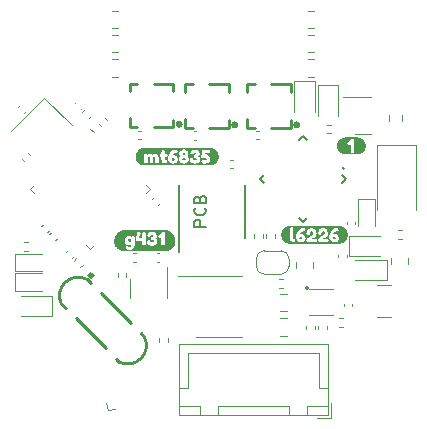
<source format=gbr>
%TF.GenerationSoftware,KiCad,Pcbnew,7.0.8*%
%TF.CreationDate,2023-10-22T22:03:06-04:00*%
%TF.ProjectId,lemon-pepper,6c656d6f-6e2d-4706-9570-7065722e6b69,rev?*%
%TF.SameCoordinates,Original*%
%TF.FileFunction,Legend,Top*%
%TF.FilePolarity,Positive*%
%FSLAX46Y46*%
G04 Gerber Fmt 4.6, Leading zero omitted, Abs format (unit mm)*
G04 Created by KiCad (PCBNEW 7.0.8) date 2023-10-22 22:03:06*
%MOMM*%
%LPD*%
G01*
G04 APERTURE LIST*
%ADD10C,0.150000*%
%ADD11C,0.120000*%
%ADD12C,0.250000*%
%ADD13C,0.300000*%
%ADD14C,0.100000*%
G04 APERTURE END LIST*
D10*
X145754819Y-88236904D02*
X144754819Y-88236904D01*
X144754819Y-88236904D02*
X144754819Y-87855952D01*
X144754819Y-87855952D02*
X144802438Y-87760714D01*
X144802438Y-87760714D02*
X144850057Y-87713095D01*
X144850057Y-87713095D02*
X144945295Y-87665476D01*
X144945295Y-87665476D02*
X145088152Y-87665476D01*
X145088152Y-87665476D02*
X145183390Y-87713095D01*
X145183390Y-87713095D02*
X145231009Y-87760714D01*
X145231009Y-87760714D02*
X145278628Y-87855952D01*
X145278628Y-87855952D02*
X145278628Y-88236904D01*
X145659580Y-86665476D02*
X145707200Y-86713095D01*
X145707200Y-86713095D02*
X145754819Y-86855952D01*
X145754819Y-86855952D02*
X145754819Y-86951190D01*
X145754819Y-86951190D02*
X145707200Y-87094047D01*
X145707200Y-87094047D02*
X145611961Y-87189285D01*
X145611961Y-87189285D02*
X145516723Y-87236904D01*
X145516723Y-87236904D02*
X145326247Y-87284523D01*
X145326247Y-87284523D02*
X145183390Y-87284523D01*
X145183390Y-87284523D02*
X144992914Y-87236904D01*
X144992914Y-87236904D02*
X144897676Y-87189285D01*
X144897676Y-87189285D02*
X144802438Y-87094047D01*
X144802438Y-87094047D02*
X144754819Y-86951190D01*
X144754819Y-86951190D02*
X144754819Y-86855952D01*
X144754819Y-86855952D02*
X144802438Y-86713095D01*
X144802438Y-86713095D02*
X144850057Y-86665476D01*
X145231009Y-85903571D02*
X145278628Y-85760714D01*
X145278628Y-85760714D02*
X145326247Y-85713095D01*
X145326247Y-85713095D02*
X145421485Y-85665476D01*
X145421485Y-85665476D02*
X145564342Y-85665476D01*
X145564342Y-85665476D02*
X145659580Y-85713095D01*
X145659580Y-85713095D02*
X145707200Y-85760714D01*
X145707200Y-85760714D02*
X145754819Y-85855952D01*
X145754819Y-85855952D02*
X145754819Y-86236904D01*
X145754819Y-86236904D02*
X144754819Y-86236904D01*
X144754819Y-86236904D02*
X144754819Y-85903571D01*
X144754819Y-85903571D02*
X144802438Y-85808333D01*
X144802438Y-85808333D02*
X144850057Y-85760714D01*
X144850057Y-85760714D02*
X144945295Y-85713095D01*
X144945295Y-85713095D02*
X145040533Y-85713095D01*
X145040533Y-85713095D02*
X145135771Y-85760714D01*
X145135771Y-85760714D02*
X145183390Y-85808333D01*
X145183390Y-85808333D02*
X145231009Y-85903571D01*
X145231009Y-85903571D02*
X145231009Y-86236904D01*
D11*
%TO.C,C103*%
X137763748Y-74065000D02*
X138286252Y-74065000D01*
X137763748Y-75535000D02*
X138286252Y-75535000D01*
%TO.C,J301*%
X137447328Y-103785158D02*
X137326164Y-103161824D01*
X138070661Y-103663994D02*
X137447328Y-103785158D01*
%TO.C,Q501*%
X159062500Y-77265000D02*
X157387500Y-77265000D01*
X159062500Y-77265000D02*
X159712500Y-77265000D01*
X159062500Y-80385000D02*
X158412500Y-80385000D01*
X159062500Y-80385000D02*
X159712500Y-80385000D01*
%TO.C,R601*%
X162011359Y-88545000D02*
X162318641Y-88545000D01*
X162011359Y-89305000D02*
X162318641Y-89305000D01*
%TO.C,D502*%
X156975000Y-76215000D02*
X155275000Y-76215000D01*
X156975000Y-76215000D02*
X156975000Y-78875000D01*
X155275000Y-76215000D02*
X155275000Y-78875000D01*
%TO.C,U302*%
X146850000Y-92460000D02*
X143400000Y-92460000D01*
X146850000Y-92460000D02*
X148800000Y-92460000D01*
X146850000Y-97580000D02*
X144900000Y-97580000D01*
X146850000Y-97580000D02*
X148800000Y-97580000D01*
%TO.C,D501*%
X154950000Y-75915000D02*
X153250000Y-75915000D01*
X154950000Y-75915000D02*
X154950000Y-78575000D01*
X153250000Y-75915000D02*
X153250000Y-78575000D01*
%TO.C,R101*%
X141745000Y-98003641D02*
X141745000Y-97696359D01*
X142505000Y-98003641D02*
X142505000Y-97696359D01*
%TO.C,R103*%
X151961359Y-92695000D02*
X152268641Y-92695000D01*
X151961359Y-93455000D02*
X152268641Y-93455000D01*
%TO.C,R302*%
X135327341Y-91460060D02*
X135110060Y-91677341D01*
X134789940Y-90922659D02*
X134572659Y-91139940D01*
%TO.C,C304*%
X141194539Y-85886642D02*
X141347042Y-85734139D01*
X141703656Y-86395759D02*
X141856159Y-86243256D01*
%TO.C,D101*%
X163550000Y-81340000D02*
X160250000Y-81340000D01*
X163550000Y-81340000D02*
X163550000Y-86850000D01*
X160250000Y-81340000D02*
X160250000Y-86850000D01*
%TO.C,C106*%
X153390000Y-91761252D02*
X153390000Y-91238748D01*
X154860000Y-91761252D02*
X154860000Y-91238748D01*
%TO.C,D601*%
X160060000Y-85890000D02*
X158590000Y-85890000D01*
X158590000Y-85890000D02*
X158590000Y-88175000D01*
X160060000Y-88175000D02*
X160060000Y-85890000D01*
%TO.C,D301*%
X129577500Y-90540000D02*
X129577500Y-92010000D01*
X129577500Y-92010000D02*
X131862500Y-92010000D01*
X131862500Y-90540000D02*
X129577500Y-90540000D01*
%TO.C,L501*%
X160222936Y-93165000D02*
X161427064Y-93165000D01*
X160222936Y-95885000D02*
X161427064Y-95885000D01*
%TO.C,C305*%
X130541399Y-78437718D02*
X130388896Y-78590221D01*
X130032282Y-77928601D02*
X129879779Y-78081104D01*
%TO.C,C701*%
X140227836Y-80835000D02*
X140012164Y-80835000D01*
X140227836Y-80115000D02*
X140012164Y-80115000D01*
%TO.C,C308*%
X134633601Y-77807282D02*
X134786104Y-77654779D01*
X135142718Y-78316399D02*
X135295221Y-78163896D01*
%TO.C,C307*%
X133105810Y-89253307D02*
X132953307Y-89405810D01*
X132596693Y-88744190D02*
X132444190Y-88896693D01*
%TO.C,U201*%
X142460000Y-93475000D02*
X142460000Y-91675000D01*
X142460000Y-93475000D02*
X142460000Y-94275000D01*
X139340000Y-93475000D02*
X139340000Y-92675000D01*
X139340000Y-93475000D02*
X139340000Y-94275000D01*
D12*
%TO.C,U703*%
X147690000Y-79885000D02*
X146030000Y-79885000D01*
X147690000Y-79245000D02*
X147690000Y-79885000D01*
X147690000Y-76835000D02*
X147690000Y-76195000D01*
X147690000Y-76195000D02*
X146030000Y-76195000D01*
X144640000Y-79885000D02*
X144000000Y-79885000D01*
X144000000Y-79885000D02*
X144000000Y-79115000D01*
X144000000Y-76835000D02*
X144000000Y-76195000D01*
X144000000Y-76195000D02*
X144640000Y-76195000D01*
X148370000Y-79625000D02*
G75*
G03*
X148370000Y-79625000I-180000J0D01*
G01*
D11*
%TO.C,C302*%
X134605810Y-90753307D02*
X134453307Y-90905810D01*
X134096693Y-90244190D02*
X133944190Y-90396693D01*
%TO.C,C602*%
X157660000Y-90617164D02*
X157660000Y-90832836D01*
X156940000Y-90617164D02*
X156940000Y-90832836D01*
%TO.C,C401*%
X148007836Y-83310000D02*
X147792164Y-83310000D01*
X148007836Y-82590000D02*
X147792164Y-82590000D01*
%TO.C,D302*%
X129577500Y-92190000D02*
X129577500Y-93660000D01*
X129577500Y-93660000D02*
X131862500Y-93660000D01*
X131862500Y-92190000D02*
X129577500Y-92190000D01*
%TO.C,R102*%
X138270000Y-92503641D02*
X138270000Y-92196359D01*
X139030000Y-92503641D02*
X139030000Y-92196359D01*
%TO.C,R105*%
X150605000Y-88871359D02*
X150605000Y-89178641D01*
X149845000Y-88871359D02*
X149845000Y-89178641D01*
%TO.C,C503*%
X161390000Y-91436252D02*
X161390000Y-90913748D01*
X162860000Y-91436252D02*
X162860000Y-90913748D01*
%TO.C,R501*%
X157343641Y-96715000D02*
X157036359Y-96715000D01*
X157343641Y-95955000D02*
X157036359Y-95955000D01*
%TO.C,R301*%
X130653641Y-90330000D02*
X130346359Y-90330000D01*
X130653641Y-89570000D02*
X130346359Y-89570000D01*
%TO.C,C201*%
X139807836Y-91235000D02*
X139592164Y-91235000D01*
X139807836Y-90515000D02*
X139592164Y-90515000D01*
%TO.C,C102*%
X138286252Y-73485000D02*
X137763748Y-73485000D01*
X138286252Y-72015000D02*
X137763748Y-72015000D01*
%TO.C,C101*%
X137763748Y-69990000D02*
X138286252Y-69990000D01*
X137763748Y-71460000D02*
X138286252Y-71460000D01*
D12*
%TO.C,J201*%
X135646070Y-92690095D02*
X135999624Y-93043648D01*
X133524750Y-94811415D02*
X133878303Y-95164969D01*
X136848152Y-93892177D02*
X139393736Y-96437761D01*
X134726832Y-96013497D02*
X137272416Y-98559081D01*
X140242265Y-97286289D02*
X140539249Y-97583274D01*
X138120944Y-99407610D02*
X138417929Y-99704594D01*
X135652231Y-92693193D02*
G75*
G03*
X133524751Y-94811415I-713267J-1411116D01*
G01*
X138417929Y-99704593D02*
G75*
G03*
X140544679Y-97594077I714178J1407141D01*
G01*
D13*
X136184979Y-92371897D02*
G75*
G03*
X136184979Y-92371897I-150000J0D01*
G01*
D11*
%TO.C,C703*%
X144927836Y-80873857D02*
X144712164Y-80873857D01*
X144927836Y-80153857D02*
X144712164Y-80153857D01*
%TO.C,kibuzzard-65305A5A*%
G36*
X153885581Y-89115500D02*
G01*
X153913363Y-89183763D01*
X153882803Y-89263534D01*
X153791125Y-89290125D01*
X153689525Y-89253612D01*
X153674444Y-89218688D01*
X153670475Y-89172650D01*
X153703019Y-89113119D01*
X153796681Y-89083750D01*
X153885581Y-89115500D01*
G37*
G36*
X156708156Y-89115500D02*
G01*
X156735938Y-89183763D01*
X156705378Y-89263534D01*
X156613700Y-89290125D01*
X156512100Y-89253612D01*
X156497019Y-89218688D01*
X156493050Y-89172650D01*
X156525594Y-89113119D01*
X156619256Y-89083750D01*
X156708156Y-89115500D01*
G37*
G36*
X157088156Y-88170882D02*
G01*
X157161715Y-88181794D01*
X157233850Y-88199863D01*
X157303867Y-88224915D01*
X157371091Y-88256709D01*
X157434875Y-88294940D01*
X157494604Y-88339238D01*
X157549704Y-88389178D01*
X157599644Y-88444278D01*
X157643942Y-88504007D01*
X157682173Y-88567791D01*
X157713967Y-88635015D01*
X157739020Y-88705032D01*
X157757089Y-88777167D01*
X157768000Y-88850726D01*
X157771649Y-88925000D01*
X157768000Y-88999274D01*
X157757089Y-89072833D01*
X157739020Y-89144968D01*
X157713967Y-89214985D01*
X157682173Y-89282209D01*
X157643942Y-89345993D01*
X157599644Y-89405722D01*
X157549704Y-89460822D01*
X157494604Y-89510762D01*
X157434875Y-89555060D01*
X157371091Y-89593291D01*
X157303867Y-89625085D01*
X157233850Y-89650137D01*
X157161715Y-89668206D01*
X157088156Y-89679118D01*
X157013882Y-89682767D01*
X157013750Y-89682767D01*
X156620050Y-89682767D01*
X155997750Y-89682767D01*
X155030963Y-89682767D01*
X153797475Y-89682767D01*
X153216450Y-89682767D01*
X152886250Y-89682767D01*
X152886118Y-89682767D01*
X152811844Y-89679118D01*
X152738285Y-89668206D01*
X152666150Y-89650137D01*
X152596133Y-89625085D01*
X152528909Y-89593291D01*
X152465125Y-89555060D01*
X152405396Y-89510762D01*
X152350296Y-89460822D01*
X152300356Y-89405722D01*
X152256058Y-89345993D01*
X152217827Y-89282209D01*
X152186033Y-89214985D01*
X152178837Y-89194875D01*
X152886250Y-89194875D01*
X152897363Y-89341719D01*
X152930700Y-89442525D01*
X152988644Y-89495309D01*
X153089450Y-89523488D01*
X153216450Y-89530631D01*
X153286300Y-89513963D01*
X153310113Y-89472291D01*
X153318050Y-89391725D01*
X153286300Y-89279012D01*
X153259313Y-89265519D01*
X153215656Y-89263138D01*
X153173588Y-89248056D01*
X153164063Y-89175825D01*
X153164063Y-89075812D01*
X153381550Y-89075812D01*
X153393192Y-89206958D01*
X153428117Y-89320993D01*
X153486325Y-89417919D01*
X153567464Y-89491561D01*
X153671181Y-89535747D01*
X153797475Y-89550475D01*
X153901104Y-89538481D01*
X153993972Y-89502497D01*
X154076081Y-89442525D01*
X154119144Y-89390137D01*
X154270550Y-89390137D01*
X154311825Y-89490150D01*
X154410250Y-89533013D01*
X155030963Y-89533013D01*
X155129388Y-89513963D01*
X155163519Y-89472688D01*
X155173838Y-89392519D01*
X155173558Y-89390137D01*
X155237338Y-89390137D01*
X155278613Y-89490150D01*
X155377038Y-89533013D01*
X155997750Y-89533013D01*
X156096175Y-89513963D01*
X156130306Y-89472688D01*
X156140625Y-89392519D01*
X156131100Y-89311556D01*
X156093794Y-89265519D01*
X156000925Y-89250438D01*
X155710413Y-89250438D01*
X155710413Y-89242500D01*
X155750100Y-89226625D01*
X155848525Y-89173047D01*
X155959650Y-89085338D01*
X155968250Y-89075812D01*
X156204125Y-89075812D01*
X156215767Y-89206958D01*
X156250692Y-89320993D01*
X156308900Y-89417919D01*
X156390039Y-89491561D01*
X156493756Y-89535747D01*
X156620050Y-89550475D01*
X156723679Y-89538481D01*
X156816547Y-89502497D01*
X156898656Y-89442525D01*
X156962597Y-89364738D01*
X157000962Y-89275308D01*
X157013750Y-89174237D01*
X157001315Y-89090365D01*
X156964008Y-89012312D01*
X156901831Y-88940081D01*
X156822192Y-88882314D01*
X156732498Y-88847653D01*
X156632750Y-88836100D01*
X156515275Y-88863088D01*
X156523213Y-88840862D01*
X156552581Y-88785300D01*
X156608938Y-88723387D01*
X156704981Y-88669412D01*
X156831188Y-88647188D01*
X156923263Y-88637663D01*
X156955013Y-88617025D01*
X156974063Y-88575750D01*
X156982000Y-88502725D01*
X156972475Y-88426525D01*
X156935169Y-88381281D01*
X156847063Y-88366200D01*
X156732731Y-88374328D01*
X156628496Y-88398712D01*
X156534357Y-88439352D01*
X156450315Y-88496248D01*
X156376369Y-88569400D01*
X156314361Y-88654680D01*
X156266133Y-88747962D01*
X156231684Y-88849244D01*
X156211015Y-88958528D01*
X156204125Y-89075812D01*
X155968250Y-89075812D01*
X156011244Y-89028188D01*
X156054900Y-88955162D01*
X156084666Y-88871819D01*
X156094588Y-88783713D01*
X156081358Y-88674616D01*
X156041671Y-88573810D01*
X155975525Y-88481294D01*
X155888124Y-88407651D01*
X155784672Y-88363466D01*
X155665169Y-88348737D01*
X155545754Y-88363290D01*
X155442566Y-88406946D01*
X155355606Y-88479706D01*
X155289901Y-88570811D01*
X155250479Y-88669501D01*
X155237338Y-88775775D01*
X155245275Y-88856737D01*
X155288534Y-88901981D01*
X155377038Y-88917063D01*
X155458000Y-88907538D01*
X155500863Y-88878963D01*
X155515944Y-88839275D01*
X155518325Y-88786887D01*
X155518325Y-88777363D01*
X155524675Y-88740850D01*
X155566744Y-88667031D01*
X155654850Y-88629725D01*
X155734225Y-88644013D01*
X155776294Y-88674969D01*
X155800900Y-88717831D01*
X155812013Y-88758313D01*
X155797130Y-88827766D01*
X155752481Y-88893250D01*
X155686798Y-88953377D01*
X155608813Y-89006756D01*
X155524675Y-89057159D01*
X155440538Y-89108356D01*
X155362552Y-89165109D01*
X155296869Y-89232181D01*
X155252220Y-89307786D01*
X155237338Y-89390137D01*
X155173558Y-89390137D01*
X155164313Y-89311556D01*
X155127006Y-89265519D01*
X155034138Y-89250438D01*
X154743625Y-89250438D01*
X154743625Y-89242500D01*
X154783313Y-89226625D01*
X154881738Y-89173047D01*
X154992863Y-89085338D01*
X155044456Y-89028188D01*
X155088113Y-88955162D01*
X155117878Y-88871819D01*
X155127800Y-88783713D01*
X155114571Y-88674616D01*
X155074883Y-88573810D01*
X155008738Y-88481294D01*
X154921337Y-88407651D01*
X154817885Y-88363466D01*
X154698381Y-88348737D01*
X154578966Y-88363290D01*
X154475779Y-88406946D01*
X154388819Y-88479706D01*
X154323114Y-88570811D01*
X154283691Y-88669501D01*
X154270550Y-88775775D01*
X154278488Y-88856737D01*
X154321747Y-88901981D01*
X154410250Y-88917063D01*
X154491213Y-88907538D01*
X154534075Y-88878963D01*
X154549156Y-88839275D01*
X154551538Y-88786887D01*
X154551538Y-88777363D01*
X154557888Y-88740850D01*
X154599956Y-88667031D01*
X154688063Y-88629725D01*
X154767438Y-88644013D01*
X154809506Y-88674969D01*
X154834113Y-88717831D01*
X154845225Y-88758313D01*
X154830342Y-88827766D01*
X154785694Y-88893250D01*
X154720011Y-88953377D01*
X154642025Y-89006756D01*
X154557888Y-89057159D01*
X154473750Y-89108356D01*
X154395764Y-89165109D01*
X154330081Y-89232181D01*
X154285433Y-89307786D01*
X154270550Y-89390137D01*
X154119144Y-89390137D01*
X154140022Y-89364738D01*
X154178387Y-89275308D01*
X154191175Y-89174237D01*
X154178740Y-89090365D01*
X154141433Y-89012312D01*
X154079256Y-88940081D01*
X153999617Y-88882314D01*
X153909923Y-88847653D01*
X153810175Y-88836100D01*
X153692700Y-88863088D01*
X153700638Y-88840862D01*
X153730006Y-88785300D01*
X153786363Y-88723387D01*
X153882406Y-88669412D01*
X154008613Y-88647188D01*
X154100688Y-88637663D01*
X154132438Y-88617025D01*
X154151488Y-88575750D01*
X154159425Y-88502725D01*
X154149900Y-88426525D01*
X154112594Y-88381281D01*
X154024488Y-88366200D01*
X153910156Y-88374328D01*
X153805921Y-88398712D01*
X153711782Y-88439352D01*
X153627740Y-88496248D01*
X153553794Y-88569400D01*
X153491786Y-88654680D01*
X153443558Y-88747962D01*
X153409109Y-88849244D01*
X153388440Y-88958528D01*
X153381550Y-89075812D01*
X153164063Y-89075812D01*
X153164063Y-88440813D01*
X153161681Y-88385250D01*
X153146600Y-88342387D01*
X153104531Y-88310241D01*
X153025950Y-88299525D01*
X152944194Y-88310241D01*
X152902125Y-88342387D01*
X152888631Y-88384456D01*
X152886250Y-88439225D01*
X152886250Y-89194875D01*
X152178837Y-89194875D01*
X152160980Y-89144968D01*
X152142911Y-89072833D01*
X152132000Y-88999274D01*
X152128351Y-88925000D01*
X152132000Y-88850726D01*
X152142911Y-88777167D01*
X152160980Y-88705032D01*
X152186033Y-88635015D01*
X152217827Y-88567791D01*
X152256058Y-88504007D01*
X152300356Y-88444278D01*
X152350296Y-88389178D01*
X152405396Y-88339238D01*
X152465125Y-88294940D01*
X152528909Y-88256709D01*
X152596133Y-88224915D01*
X152666150Y-88199863D01*
X152738285Y-88181794D01*
X152811844Y-88170882D01*
X152886118Y-88167233D01*
X152886250Y-88167233D01*
X157013750Y-88167233D01*
X157013882Y-88167233D01*
X157088156Y-88170882D01*
G37*
%TO.C,C202*%
X141592164Y-90515000D02*
X141807836Y-90515000D01*
X141592164Y-91235000D02*
X141807836Y-91235000D01*
%TO.C,C301*%
X132430810Y-88578307D02*
X132278307Y-88730810D01*
X131921693Y-88069190D02*
X131769190Y-88221693D01*
%TO.C,R502*%
X156045000Y-96631359D02*
X156045000Y-96938641D01*
X155285000Y-96631359D02*
X155285000Y-96938641D01*
%TO.C,D201*%
X132735000Y-95800000D02*
X132735000Y-94100000D01*
X132735000Y-95800000D02*
X130075000Y-95800000D01*
X132735000Y-94100000D02*
X130075000Y-94100000D01*
D10*
%TO.C,U601*%
X157648671Y-84225000D02*
X157295118Y-83871447D01*
X154000000Y-80576329D02*
X154353553Y-80929882D01*
X157295118Y-84578553D02*
X157648671Y-84225000D01*
X153646447Y-80929882D02*
X154000000Y-80576329D01*
X154353553Y-87520118D02*
X154000000Y-87873671D01*
X150704882Y-83871447D02*
X150351329Y-84225000D01*
X154000000Y-87873671D02*
X153646447Y-87520118D01*
X150351329Y-84225000D02*
X150704882Y-84578553D01*
X157457041Y-83312832D02*
G75*
G03*
X157457041Y-83312832I-70000J0D01*
G01*
D11*
%TO.C,C601*%
X157690000Y-88057836D02*
X157690000Y-87842164D01*
X158410000Y-88057836D02*
X158410000Y-87842164D01*
%TO.C,kibuzzard-653468FC*%
G36*
X158645043Y-80686958D02*
G01*
X158714595Y-80697276D01*
X158782801Y-80714360D01*
X158849004Y-80738048D01*
X158912566Y-80768111D01*
X158972876Y-80804259D01*
X159029352Y-80846144D01*
X159081451Y-80893364D01*
X159128670Y-80945462D01*
X159170555Y-81001939D01*
X159206704Y-81062248D01*
X159236766Y-81125811D01*
X159260454Y-81192013D01*
X159277539Y-81260219D01*
X159287856Y-81329772D01*
X159291306Y-81400000D01*
X159287856Y-81470228D01*
X159277539Y-81539781D01*
X159260454Y-81607987D01*
X159236766Y-81674189D01*
X159206704Y-81737752D01*
X159170555Y-81798061D01*
X159128670Y-81854538D01*
X159081451Y-81906636D01*
X159029352Y-81953856D01*
X158972876Y-81995741D01*
X158912566Y-82031889D01*
X158849004Y-82061952D01*
X158782801Y-82085640D01*
X158714595Y-82102724D01*
X158645043Y-82113042D01*
X158574814Y-82116492D01*
X158442523Y-82116492D01*
X158147033Y-82116492D01*
X157575318Y-82116492D01*
X157575186Y-82116492D01*
X157504957Y-82113042D01*
X157435405Y-82102724D01*
X157367199Y-82085640D01*
X157300996Y-82061952D01*
X157237434Y-82031889D01*
X157177124Y-81995741D01*
X157120648Y-81953856D01*
X157068549Y-81906636D01*
X157021330Y-81854537D01*
X156979445Y-81798061D01*
X156943296Y-81737752D01*
X156913234Y-81674189D01*
X156889546Y-81607987D01*
X156872461Y-81539781D01*
X156862144Y-81470228D01*
X156858694Y-81400000D01*
X156862144Y-81329772D01*
X156872461Y-81260219D01*
X156889546Y-81192013D01*
X156890673Y-81188862D01*
X157729520Y-81188862D01*
X157779527Y-81287288D01*
X157875570Y-81342850D01*
X157986695Y-81293638D01*
X158007333Y-81274588D01*
X158007333Y-81841325D01*
X158009714Y-81899269D01*
X158024795Y-81942925D01*
X158067261Y-81973881D01*
X158147033Y-81984200D01*
X158228789Y-81973484D01*
X158270858Y-81941337D01*
X158285939Y-81899269D01*
X158288320Y-81844500D01*
X158288320Y-80960262D01*
X158280383Y-80876125D01*
X158258158Y-80841994D01*
X158216883Y-80823738D01*
X158141477Y-80815800D01*
X158051783Y-80857075D01*
X158047020Y-80860250D01*
X157786670Y-81095200D01*
X157729520Y-81188862D01*
X156890673Y-81188862D01*
X156913234Y-81125811D01*
X156943296Y-81062248D01*
X156979445Y-81001939D01*
X157021330Y-80945463D01*
X157068549Y-80893364D01*
X157120648Y-80846144D01*
X157177124Y-80804259D01*
X157237434Y-80768111D01*
X157300996Y-80738048D01*
X157367199Y-80714360D01*
X157435405Y-80697276D01*
X157504957Y-80686958D01*
X157575186Y-80683508D01*
X157575318Y-80683508D01*
X158442523Y-80683508D01*
X158574814Y-80683508D01*
X158645043Y-80686958D01*
G37*
D14*
%TO.C,U501*%
X154515000Y-93535000D02*
X156515000Y-93535000D01*
X154515000Y-95735000D02*
X156515000Y-95735000D01*
D13*
X154275000Y-93445000D02*
G75*
G03*
X154275000Y-93445000I0J0D01*
G01*
D11*
%TO.C,U301*%
X130845038Y-85039949D02*
X131180914Y-84704073D01*
X136286225Y-80270514D02*
X135950349Y-79934638D01*
X131180914Y-85375825D02*
X130845038Y-85039949D01*
X140719784Y-84704073D02*
X141055660Y-85039949D01*
X135614473Y-89809384D02*
X135950349Y-90145260D01*
X141055660Y-85039949D02*
X140719784Y-85375825D01*
X135950349Y-90145260D02*
X136286225Y-89809384D01*
%TO.C,R503*%
X154970000Y-96631359D02*
X154970000Y-96938641D01*
X154210000Y-96631359D02*
X154210000Y-96938641D01*
%TO.C,C104*%
X154413748Y-69990000D02*
X154936252Y-69990000D01*
X154413748Y-71460000D02*
X154936252Y-71460000D01*
%TO.C,kibuzzard-652C57F7*%
G36*
X139394694Y-89312287D02*
G01*
X139431206Y-89405950D01*
X139393106Y-89498025D01*
X139297063Y-89540094D01*
X139198638Y-89498819D01*
X139158156Y-89405950D01*
X139196256Y-89311494D01*
X139296269Y-89268631D01*
X139394694Y-89312287D01*
G37*
G36*
X142351950Y-88526325D02*
G01*
X142439610Y-88539328D01*
X142525572Y-88560861D01*
X142609010Y-88590716D01*
X142689121Y-88628605D01*
X142765131Y-88674164D01*
X142836310Y-88726954D01*
X142901972Y-88786466D01*
X142961485Y-88852128D01*
X143014275Y-88923307D01*
X143059834Y-88999318D01*
X143097723Y-89079428D01*
X143127578Y-89162866D01*
X143149110Y-89248829D01*
X143162113Y-89336488D01*
X143166461Y-89425000D01*
X143162113Y-89513512D01*
X143149110Y-89601171D01*
X143127578Y-89687134D01*
X143097723Y-89770572D01*
X143059834Y-89850682D01*
X143014275Y-89926693D01*
X142961485Y-89997872D01*
X142901972Y-90063534D01*
X142836310Y-90123046D01*
X142765131Y-90175836D01*
X142689121Y-90221395D01*
X142609010Y-90259284D01*
X142525572Y-90289139D01*
X142439610Y-90310672D01*
X142351950Y-90323675D01*
X142263439Y-90328023D01*
X142263306Y-90328023D01*
X142122019Y-90328023D01*
X141194919Y-90328023D01*
X140513881Y-90328023D01*
X139299444Y-90328023D01*
X138886694Y-90328023D01*
X138886561Y-90328023D01*
X138798050Y-90323675D01*
X138710390Y-90310672D01*
X138624428Y-90289139D01*
X138540990Y-90259284D01*
X138460879Y-90221395D01*
X138384869Y-90175836D01*
X138313690Y-90123046D01*
X138248028Y-90063534D01*
X138188515Y-89997872D01*
X138135725Y-89926693D01*
X138090166Y-89850682D01*
X138052277Y-89770572D01*
X138022422Y-89687134D01*
X138000890Y-89601171D01*
X137987887Y-89513512D01*
X137983539Y-89425000D01*
X137984514Y-89405156D01*
X138886694Y-89405156D01*
X138899482Y-89508608D01*
X138937847Y-89603065D01*
X139001788Y-89688525D01*
X139080369Y-89755994D01*
X139162654Y-89796475D01*
X139248644Y-89809969D01*
X139362547Y-89790125D01*
X139440731Y-89730594D01*
X139440731Y-89778219D01*
X139402631Y-89892519D01*
X139304206Y-89940144D01*
X139218481Y-89925459D01*
X139139106Y-89881406D01*
X139093069Y-89862356D01*
X139054175Y-89875056D01*
X139007344Y-89921094D01*
X138959719Y-90030631D01*
X138987103Y-90081034D01*
X139069256Y-90136994D01*
X139181572Y-90181047D01*
X139299444Y-90195731D01*
X139401749Y-90183296D01*
X139496999Y-90145990D01*
X139585194Y-90083813D01*
X139655749Y-90001351D01*
X139698083Y-89903190D01*
X139712194Y-89789331D01*
X139712194Y-89370231D01*
X139799506Y-89370231D01*
X139807444Y-89438494D01*
X139850703Y-89483737D01*
X139939206Y-89498819D01*
X140369419Y-89498819D01*
X140369419Y-89692494D01*
X140378944Y-89775044D01*
X140399581Y-89806794D01*
X140440856Y-89825844D01*
X140513881Y-89833781D01*
X140590875Y-89824256D01*
X140636913Y-89785363D01*
X140651994Y-89694081D01*
X140651994Y-89489294D01*
X140755181Y-89489294D01*
X140772644Y-89575019D01*
X140775819Y-89590894D01*
X140793281Y-89632169D01*
X140832572Y-89695272D01*
X140877419Y-89744881D01*
X140969141Y-89806617D01*
X141074974Y-89843659D01*
X141194919Y-89856006D01*
X141315745Y-89843747D01*
X141422108Y-89806970D01*
X141514006Y-89745675D01*
X141584562Y-89665506D01*
X141626895Y-89572108D01*
X141641006Y-89465481D01*
X141627909Y-89384519D01*
X141588619Y-89313081D01*
X141538613Y-89261488D01*
X141491781Y-89227356D01*
X141491781Y-89216244D01*
X141560573Y-89166414D01*
X141601848Y-89099474D01*
X141611059Y-89043206D01*
X141704506Y-89043206D01*
X141754513Y-89141631D01*
X141850556Y-89197194D01*
X141961681Y-89147981D01*
X141982319Y-89128931D01*
X141982319Y-89695669D01*
X141984700Y-89753613D01*
X141999781Y-89797269D01*
X142042247Y-89828225D01*
X142122019Y-89838544D01*
X142203775Y-89827828D01*
X142245844Y-89795681D01*
X142260925Y-89753613D01*
X142263306Y-89698844D01*
X142263306Y-88814606D01*
X142255369Y-88730469D01*
X142233144Y-88696338D01*
X142191869Y-88678081D01*
X142116463Y-88670144D01*
X142026769Y-88711419D01*
X142022006Y-88714594D01*
X141761656Y-88949544D01*
X141704506Y-89043206D01*
X141611059Y-89043206D01*
X141615606Y-89015425D01*
X141603083Y-88925908D01*
X141565512Y-88842564D01*
X141502894Y-88765394D01*
X141418580Y-88703658D01*
X141315922Y-88666616D01*
X141194919Y-88654269D01*
X141116139Y-88659825D01*
X141044900Y-88676494D01*
X140940125Y-88725706D01*
X140874244Y-88788412D01*
X140839319Y-88838419D01*
X140802806Y-88946369D01*
X140822650Y-89003122D01*
X140882181Y-89052731D01*
X140969494Y-89081306D01*
X141029819Y-89061463D01*
X141074269Y-89001931D01*
X141083794Y-88982881D01*
X141125069Y-88944781D01*
X141214763Y-88925731D01*
X141302869Y-88955894D01*
X141334619Y-89019394D01*
X141304456Y-89065828D01*
X141213969Y-89081306D01*
X141131419Y-89089244D01*
X141087366Y-89132503D01*
X141072681Y-89221006D01*
X141083397Y-89302366D01*
X141115544Y-89343244D01*
X141156819Y-89359119D01*
X141229050Y-89362294D01*
X141321125Y-89394838D01*
X141360019Y-89470244D01*
X141320331Y-89547237D01*
X141269531Y-89572836D01*
X141196506Y-89581369D01*
X141129831Y-89571844D01*
X141042519Y-89495644D01*
X140994894Y-89413094D01*
X140910756Y-89397219D01*
X140794075Y-89420237D01*
X140755181Y-89489294D01*
X140651994Y-89489294D01*
X140651994Y-88811431D01*
X140649613Y-88755869D01*
X140634531Y-88713800D01*
X140591669Y-88680462D01*
X140511500Y-88670144D01*
X140430538Y-88678875D01*
X140386881Y-88709831D01*
X140371800Y-88749519D01*
X140369419Y-88803494D01*
X140369419Y-89236881D01*
X140110656Y-89236881D01*
X140207494Y-88849531D01*
X140209081Y-88844769D01*
X140220194Y-88778094D01*
X140192413Y-88716975D01*
X140109069Y-88676494D01*
X140036044Y-88665381D01*
X139981275Y-88682844D01*
X139952700Y-88719356D01*
X139936031Y-88774919D01*
X139804269Y-89306731D01*
X139799506Y-89370231D01*
X139712194Y-89370231D01*
X139712194Y-89132106D01*
X139709813Y-89078131D01*
X139695525Y-89037650D01*
X139655044Y-89005106D01*
X139564556Y-88995581D01*
X139474863Y-89018600D01*
X139442319Y-89086069D01*
X139416125Y-89055113D01*
X139355006Y-89018600D01*
X139256581Y-88998756D01*
X139166976Y-89012338D01*
X139082309Y-89053084D01*
X139002581Y-89120994D01*
X138938199Y-89206895D01*
X138899570Y-89301616D01*
X138886694Y-89405156D01*
X137984514Y-89405156D01*
X137987887Y-89336488D01*
X138000890Y-89248829D01*
X138022422Y-89162866D01*
X138052277Y-89079428D01*
X138090166Y-88999318D01*
X138135725Y-88923307D01*
X138188515Y-88852128D01*
X138248028Y-88786466D01*
X138313690Y-88726954D01*
X138384869Y-88674164D01*
X138460879Y-88628605D01*
X138540990Y-88590716D01*
X138624428Y-88560861D01*
X138710390Y-88539328D01*
X138798050Y-88526325D01*
X138886561Y-88521977D01*
X138886694Y-88521977D01*
X142263306Y-88521977D01*
X142263439Y-88521977D01*
X142351950Y-88526325D01*
G37*
D12*
%TO.C,U702*%
X152940000Y-79885000D02*
X151280000Y-79885000D01*
X152940000Y-79245000D02*
X152940000Y-79885000D01*
X152940000Y-76835000D02*
X152940000Y-76195000D01*
X152940000Y-76195000D02*
X151280000Y-76195000D01*
X149890000Y-79885000D02*
X149250000Y-79885000D01*
X149250000Y-79885000D02*
X149250000Y-79115000D01*
X149250000Y-76835000D02*
X149250000Y-76195000D01*
X149250000Y-76195000D02*
X149890000Y-76195000D01*
X153620000Y-79625000D02*
G75*
G03*
X153620000Y-79625000I-180000J0D01*
G01*
D11*
%TO.C,C702*%
X150207836Y-80860000D02*
X149992164Y-80860000D01*
X150207836Y-80140000D02*
X149992164Y-80140000D01*
%TO.C,C105*%
X154936252Y-75535000D02*
X154413748Y-75535000D01*
X154936252Y-74065000D02*
X154413748Y-74065000D01*
%TO.C,R505*%
X155996359Y-79595000D02*
X156303641Y-79595000D01*
X155996359Y-80355000D02*
X156303641Y-80355000D01*
%TO.C,C303*%
X136836104Y-79745221D02*
X136683601Y-79592718D01*
X137345221Y-79236104D02*
X137192718Y-79083601D01*
%TO.C,Y301*%
X134404163Y-79651371D02*
X132070710Y-77317918D01*
X132070710Y-77317918D02*
X129242283Y-80146345D01*
%TO.C,D602*%
X161060000Y-92750000D02*
X161060000Y-91050000D01*
X161060000Y-92750000D02*
X158400000Y-92750000D01*
X161060000Y-91050000D02*
X158400000Y-91050000D01*
%TO.C,J101*%
X156375000Y-104450000D02*
X156375000Y-103200000D01*
X156085000Y-104160000D02*
X156085000Y-98190000D01*
X156085000Y-98190000D02*
X143465000Y-98190000D01*
X156075000Y-104150000D02*
X156075000Y-103400000D01*
X156075000Y-103400000D02*
X154275000Y-103400000D01*
X156075000Y-101900000D02*
X155325000Y-101900000D01*
X155325000Y-101900000D02*
X155325000Y-98950000D01*
X155325000Y-98950000D02*
X149775000Y-98950000D01*
X155125000Y-104450000D02*
X156375000Y-104450000D01*
X154275000Y-104150000D02*
X156075000Y-104150000D01*
X154275000Y-103400000D02*
X154275000Y-104150000D01*
X152775000Y-104150000D02*
X152775000Y-103400000D01*
X152775000Y-103400000D02*
X146775000Y-103400000D01*
X146775000Y-104150000D02*
X152775000Y-104150000D01*
X146775000Y-103400000D02*
X146775000Y-104150000D01*
X145275000Y-104150000D02*
X145275000Y-103400000D01*
X145275000Y-103400000D02*
X143475000Y-103400000D01*
X144225000Y-101900000D02*
X144225000Y-98950000D01*
X144225000Y-98950000D02*
X149775000Y-98950000D01*
X143475000Y-104150000D02*
X145275000Y-104150000D01*
X143475000Y-103400000D02*
X143475000Y-104150000D01*
X143475000Y-101900000D02*
X144225000Y-101900000D01*
X143465000Y-104160000D02*
X156085000Y-104160000D01*
X143465000Y-98190000D02*
X143465000Y-104160000D01*
%TO.C,kibuzzard-652C580D*%
G36*
X143991750Y-82434938D02*
G01*
X144027469Y-82516694D01*
X143992544Y-82598450D01*
X143887769Y-82636550D01*
X143781406Y-82598450D01*
X143744894Y-82515900D01*
X143781406Y-82434144D01*
X143886975Y-82396838D01*
X143991750Y-82434938D01*
G37*
G36*
X143965556Y-81992819D02*
G01*
X143992544Y-82052350D01*
X143966350Y-82112675D01*
X143888562Y-82141250D01*
X143809187Y-82112675D01*
X143781406Y-82051556D01*
X143806806Y-81992025D01*
X143885387Y-81965038D01*
X143965556Y-81992819D01*
G37*
G36*
X143078937Y-82468275D02*
G01*
X143106719Y-82536538D01*
X143076159Y-82616309D01*
X142984481Y-82642900D01*
X142882881Y-82606388D01*
X142867800Y-82571463D01*
X142863831Y-82525425D01*
X142896375Y-82465894D01*
X142990037Y-82436525D01*
X143078937Y-82468275D01*
G37*
G36*
X146187415Y-81566420D02*
G01*
X146258970Y-81577035D01*
X146329141Y-81594611D01*
X146397251Y-81618981D01*
X146462644Y-81649910D01*
X146524691Y-81687099D01*
X146582793Y-81730191D01*
X146636393Y-81778771D01*
X146684972Y-81832370D01*
X146728064Y-81890473D01*
X146765253Y-81952520D01*
X146796182Y-82017913D01*
X146820552Y-82086023D01*
X146838129Y-82156193D01*
X146848743Y-82227749D01*
X146852293Y-82300000D01*
X146848743Y-82372251D01*
X146838129Y-82443807D01*
X146820552Y-82513977D01*
X146796182Y-82582087D01*
X146765253Y-82647480D01*
X146728064Y-82709527D01*
X146684972Y-82767630D01*
X146636393Y-82821229D01*
X146582793Y-82869809D01*
X146524691Y-82912901D01*
X146462644Y-82950090D01*
X146397251Y-82981019D01*
X146329141Y-83005389D01*
X146258970Y-83022965D01*
X146187415Y-83033580D01*
X146115164Y-83037129D01*
X146115031Y-83037129D01*
X145716569Y-83037129D01*
X144827569Y-83037129D01*
X143886181Y-83037129D01*
X142990831Y-83037129D01*
X142328844Y-83037129D01*
X141619231Y-83037129D01*
X140534969Y-83037129D01*
X140534836Y-83037129D01*
X140462585Y-83033580D01*
X140391030Y-83022965D01*
X140320859Y-83005389D01*
X140252749Y-82981019D01*
X140187356Y-82950090D01*
X140125309Y-82912901D01*
X140067207Y-82869809D01*
X140013607Y-82821229D01*
X139965028Y-82767630D01*
X139946697Y-82742913D01*
X140534969Y-82742913D01*
X140537350Y-82798475D01*
X140550844Y-82839750D01*
X140592516Y-82871897D01*
X140673081Y-82882613D01*
X140754044Y-82872294D01*
X140796906Y-82841338D01*
X140811987Y-82799269D01*
X140814369Y-82744500D01*
X140814369Y-82463513D01*
X140838181Y-82359928D01*
X140909619Y-82325400D01*
X140983437Y-82359928D01*
X141008044Y-82463513D01*
X141008044Y-82741325D01*
X141010425Y-82796094D01*
X141023919Y-82838163D01*
X141065591Y-82871500D01*
X141146156Y-82882613D01*
X141227912Y-82871897D01*
X141269981Y-82839750D01*
X141285062Y-82798475D01*
X141287444Y-82742913D01*
X141287444Y-82465100D01*
X141307287Y-82361913D01*
X141382694Y-82325400D01*
X141456512Y-82359928D01*
X141481119Y-82463513D01*
X141481119Y-82741325D01*
X141483500Y-82796094D01*
X141496994Y-82838163D01*
X141538666Y-82871500D01*
X141619231Y-82882613D01*
X141700591Y-82871897D01*
X141741469Y-82839750D01*
X141756550Y-82797681D01*
X141758931Y-82742913D01*
X141758931Y-82465100D01*
X141749406Y-82329016D01*
X141720831Y-82221331D01*
X141711825Y-82206338D01*
X141846244Y-82206338D01*
X141869262Y-82298413D01*
X141927206Y-82325400D01*
X141992294Y-82320638D01*
X141992294Y-82555588D01*
X142001819Y-82662656D01*
X142030394Y-82746793D01*
X142078019Y-82808000D01*
X142143988Y-82849451D01*
X142227597Y-82874322D01*
X142328844Y-82882613D01*
X142382025Y-82880231D01*
X142424094Y-82866738D01*
X142457431Y-82825066D01*
X142468544Y-82744500D01*
X142432031Y-82638138D01*
X142389962Y-82623056D01*
X142332812Y-82620675D01*
X142282012Y-82601625D01*
X142268519Y-82539713D01*
X142268519Y-82428588D01*
X142574906Y-82428588D01*
X142586548Y-82559733D01*
X142621473Y-82673768D01*
X142679681Y-82770694D01*
X142760820Y-82844336D01*
X142864537Y-82888522D01*
X142990831Y-82903250D01*
X143094460Y-82891256D01*
X143187328Y-82855272D01*
X143269437Y-82795300D01*
X143333378Y-82717513D01*
X143371743Y-82628083D01*
X143384531Y-82527013D01*
X143381942Y-82509550D01*
X143463906Y-82509550D01*
X143478282Y-82621204D01*
X143521409Y-82716983D01*
X143593287Y-82796888D01*
X143683334Y-82856860D01*
X143780965Y-82892843D01*
X143886181Y-82904838D01*
X143991397Y-82892755D01*
X144089028Y-82856507D01*
X144179075Y-82796094D01*
X144250953Y-82715925D01*
X144294081Y-82620410D01*
X144304957Y-82536538D01*
X144387831Y-82536538D01*
X144405294Y-82622263D01*
X144408469Y-82638138D01*
X144425931Y-82679413D01*
X144465222Y-82742516D01*
X144510069Y-82792125D01*
X144601791Y-82853861D01*
X144707624Y-82890903D01*
X144827569Y-82903250D01*
X144948395Y-82890991D01*
X145054758Y-82854214D01*
X145146656Y-82792919D01*
X145217212Y-82712750D01*
X145225846Y-82693700D01*
X145337156Y-82693700D01*
X145397481Y-82788950D01*
X145410181Y-82800063D01*
X145449869Y-82830225D01*
X145532419Y-82871676D01*
X145621319Y-82896547D01*
X145716569Y-82904838D01*
X145823637Y-82891697D01*
X145918358Y-82852274D01*
X146000731Y-82786569D01*
X146064231Y-82702608D01*
X146102331Y-82608416D01*
X146115031Y-82503994D01*
X146101626Y-82400101D01*
X146061409Y-82307497D01*
X145994381Y-82226181D01*
X145910597Y-82163122D01*
X145820109Y-82125287D01*
X145722919Y-82112675D01*
X145667356Y-82115850D01*
X145683231Y-81995200D01*
X145961044Y-81995200D01*
X146012637Y-81992819D01*
X146051531Y-81977738D01*
X146081297Y-81938447D01*
X146091219Y-81861850D01*
X146080503Y-81777713D01*
X146048356Y-81734850D01*
X146007081Y-81719769D01*
X145951519Y-81717388D01*
X145802294Y-81717388D01*
X145560994Y-81715800D01*
X145496700Y-81730881D01*
X145455425Y-81765012D01*
X145432406Y-81807875D01*
X145421294Y-81841213D01*
X145412166Y-81907094D01*
X145387956Y-82085688D01*
X145364144Y-82267059D01*
X145356206Y-82341275D01*
X145373669Y-82380169D01*
X145447488Y-82428588D01*
X145547500Y-82458750D01*
X145634019Y-82422238D01*
X145710219Y-82393663D01*
X145795150Y-82424619D01*
X145832456Y-82508756D01*
X145798325Y-82592100D01*
X145693550Y-82622263D01*
X145594331Y-82588925D01*
X145487969Y-82538125D01*
X145395894Y-82590513D01*
X145337156Y-82693700D01*
X145225846Y-82693700D01*
X145259545Y-82619352D01*
X145273656Y-82512725D01*
X145260559Y-82431763D01*
X145221269Y-82360325D01*
X145171263Y-82308731D01*
X145124431Y-82274600D01*
X145124431Y-82263488D01*
X145193223Y-82213658D01*
X145234498Y-82146718D01*
X145248256Y-82062669D01*
X145235733Y-81973151D01*
X145198162Y-81889808D01*
X145135544Y-81812637D01*
X145051230Y-81750901D01*
X144948572Y-81713860D01*
X144827569Y-81701512D01*
X144748789Y-81707069D01*
X144677550Y-81723738D01*
X144572775Y-81772950D01*
X144506894Y-81835656D01*
X144471969Y-81885663D01*
X144435456Y-81993613D01*
X144455300Y-82050366D01*
X144514831Y-82099975D01*
X144602144Y-82128550D01*
X144662469Y-82108706D01*
X144706919Y-82049175D01*
X144716444Y-82030125D01*
X144757719Y-81992025D01*
X144847413Y-81972975D01*
X144935519Y-82003137D01*
X144967269Y-82066638D01*
X144937106Y-82113072D01*
X144846619Y-82128550D01*
X144764069Y-82136488D01*
X144720016Y-82179747D01*
X144705331Y-82268250D01*
X144716047Y-82349609D01*
X144748194Y-82390488D01*
X144789469Y-82406363D01*
X144861700Y-82409538D01*
X144953775Y-82442081D01*
X144992669Y-82517488D01*
X144952981Y-82594481D01*
X144902181Y-82620080D01*
X144829156Y-82628613D01*
X144762481Y-82619087D01*
X144675169Y-82542888D01*
X144627544Y-82460338D01*
X144543406Y-82444462D01*
X144426725Y-82467481D01*
X144387831Y-82536538D01*
X144304957Y-82536538D01*
X144308456Y-82509550D01*
X144299527Y-82443272D01*
X144272737Y-82377788D01*
X144215587Y-82291269D01*
X144179869Y-82258725D01*
X144203681Y-82233325D01*
X144250512Y-82158713D01*
X144273531Y-82061875D01*
X144260831Y-81961333D01*
X144222731Y-81873492D01*
X144159231Y-81798350D01*
X144078445Y-81741024D01*
X143988487Y-81706628D01*
X143889356Y-81695162D01*
X143789873Y-81706451D01*
X143698856Y-81740318D01*
X143616306Y-81796763D01*
X143551042Y-81870493D01*
X143511884Y-81956218D01*
X143498831Y-82053938D01*
X143525025Y-82164269D01*
X143567094Y-82233325D01*
X143594081Y-82258725D01*
X143560744Y-82288888D01*
X143496450Y-82380169D01*
X143472042Y-82443867D01*
X143463906Y-82509550D01*
X143381942Y-82509550D01*
X143372096Y-82443140D01*
X143334790Y-82365088D01*
X143272612Y-82292856D01*
X143192973Y-82235089D01*
X143103279Y-82200428D01*
X143003531Y-82188875D01*
X142886056Y-82215863D01*
X142893994Y-82193638D01*
X142923362Y-82138075D01*
X142979719Y-82076163D01*
X143075762Y-82022188D01*
X143201969Y-81999963D01*
X143294044Y-81990438D01*
X143325794Y-81969800D01*
X143344844Y-81928525D01*
X143352781Y-81855500D01*
X143343256Y-81779300D01*
X143305950Y-81734056D01*
X143217844Y-81718975D01*
X143103512Y-81727103D01*
X142999277Y-81751487D01*
X142905138Y-81792127D01*
X142821096Y-81849023D01*
X142747150Y-81922175D01*
X142685142Y-82007456D01*
X142636914Y-82100737D01*
X142602465Y-82202019D01*
X142581796Y-82311303D01*
X142574906Y-82428588D01*
X142268519Y-82428588D01*
X142268519Y-82320638D01*
X142371706Y-82326988D01*
X142426475Y-82324606D01*
X142468544Y-82311113D01*
X142500691Y-82269441D01*
X142511406Y-82188875D01*
X142501087Y-82107516D01*
X142470131Y-82066638D01*
X142428062Y-82051556D01*
X142374087Y-82049175D01*
X142268519Y-82055525D01*
X142268519Y-81899950D01*
X142260581Y-81818987D01*
X142218116Y-81774934D01*
X142131994Y-81760250D01*
X142050634Y-81770172D01*
X142009756Y-81799937D01*
X141994675Y-81838038D01*
X141992294Y-81892013D01*
X141992294Y-82055525D01*
X141939906Y-82049175D01*
X141876406Y-82069813D01*
X141854181Y-82111881D01*
X141846244Y-82206338D01*
X141711825Y-82206338D01*
X141673206Y-82142044D01*
X141577162Y-82068820D01*
X141460481Y-82044413D01*
X141349356Y-82075369D01*
X141270775Y-82132519D01*
X141228706Y-82182525D01*
X141166617Y-82105796D01*
X141086184Y-82059758D01*
X140987406Y-82044413D01*
X140890172Y-82072591D01*
X140808019Y-82157125D01*
X140781031Y-82074575D01*
X140665144Y-82046000D01*
X140592516Y-82056716D01*
X140552431Y-82088863D01*
X140537350Y-82129344D01*
X140534969Y-82184113D01*
X140534969Y-82742913D01*
X139946697Y-82742913D01*
X139921936Y-82709527D01*
X139884747Y-82647480D01*
X139853818Y-82582087D01*
X139829448Y-82513977D01*
X139811871Y-82443807D01*
X139801257Y-82372251D01*
X139797707Y-82300000D01*
X139801257Y-82227749D01*
X139811871Y-82156193D01*
X139829448Y-82086023D01*
X139853818Y-82017913D01*
X139884747Y-81952520D01*
X139921936Y-81890473D01*
X139965028Y-81832370D01*
X140013607Y-81778771D01*
X140067207Y-81730191D01*
X140125309Y-81687099D01*
X140187356Y-81649910D01*
X140252749Y-81618981D01*
X140320859Y-81594611D01*
X140391030Y-81577035D01*
X140462585Y-81566420D01*
X140534836Y-81562871D01*
X140534969Y-81562871D01*
X146115031Y-81562871D01*
X146115164Y-81562871D01*
X146187415Y-81566420D01*
G37*
D10*
%TO.C,U401*%
X143475000Y-90350000D02*
X143475000Y-84725000D01*
X149025000Y-89225000D02*
X149025000Y-84725000D01*
D11*
%TO.C,C108*%
X152586252Y-95385000D02*
X152063748Y-95385000D01*
X152586252Y-93915000D02*
X152063748Y-93915000D01*
%TO.C,C502*%
X158160000Y-94752164D02*
X158160000Y-94967836D01*
X157440000Y-94752164D02*
X157440000Y-94967836D01*
%TO.C,D603*%
X157840000Y-89050000D02*
X157840000Y-90750000D01*
X157840000Y-89050000D02*
X160500000Y-89050000D01*
X157840000Y-90750000D02*
X160500000Y-90750000D01*
%TO.C,C501*%
X152586252Y-97460000D02*
X152063748Y-97460000D01*
X152586252Y-95990000D02*
X152063748Y-95990000D01*
%TO.C,JP101*%
X150000000Y-91575000D02*
X150000000Y-90975000D01*
X150700000Y-90275000D02*
X152100000Y-90275000D01*
X152100000Y-92275000D02*
X150700000Y-92275000D01*
X152800000Y-90975000D02*
X152800000Y-91575000D01*
X150700000Y-90275000D02*
G75*
G03*
X150000000Y-90975000I-1J-699999D01*
G01*
X150000000Y-91575000D02*
G75*
G03*
X150700000Y-92275000I699999J-1D01*
G01*
X152800000Y-90975000D02*
G75*
G03*
X152100000Y-90275000I-700000J0D01*
G01*
X152100000Y-92275000D02*
G75*
G03*
X152800000Y-91575000I0J700000D01*
G01*
%TO.C,R306*%
X135297659Y-78539940D02*
X135514940Y-78322659D01*
X135835060Y-79077341D02*
X136052341Y-78860060D01*
%TO.C,R104*%
X150870000Y-89178641D02*
X150870000Y-88871359D01*
X151630000Y-89178641D02*
X151630000Y-88871359D01*
%TO.C,R504*%
X161277500Y-79287258D02*
X161277500Y-78812742D01*
X162322500Y-79287258D02*
X162322500Y-78812742D01*
%TO.C,C306*%
X130321693Y-82655810D02*
X130169190Y-82503307D01*
X130830810Y-82146693D02*
X130678307Y-81994190D01*
%TO.C,C107*%
X154936252Y-73485000D02*
X154413748Y-73485000D01*
X154936252Y-72015000D02*
X154413748Y-72015000D01*
D12*
%TO.C,U701*%
X142990000Y-79835000D02*
X141330000Y-79835000D01*
X142990000Y-79195000D02*
X142990000Y-79835000D01*
X142990000Y-76785000D02*
X142990000Y-76145000D01*
X142990000Y-76145000D02*
X141330000Y-76145000D01*
X139940000Y-79835000D02*
X139300000Y-79835000D01*
X139300000Y-79835000D02*
X139300000Y-79065000D01*
X139300000Y-76785000D02*
X139300000Y-76145000D01*
X139300000Y-76145000D02*
X139940000Y-76145000D01*
X143670000Y-79575000D02*
G75*
G03*
X143670000Y-79575000I-180000J0D01*
G01*
%TD*%
M02*

</source>
